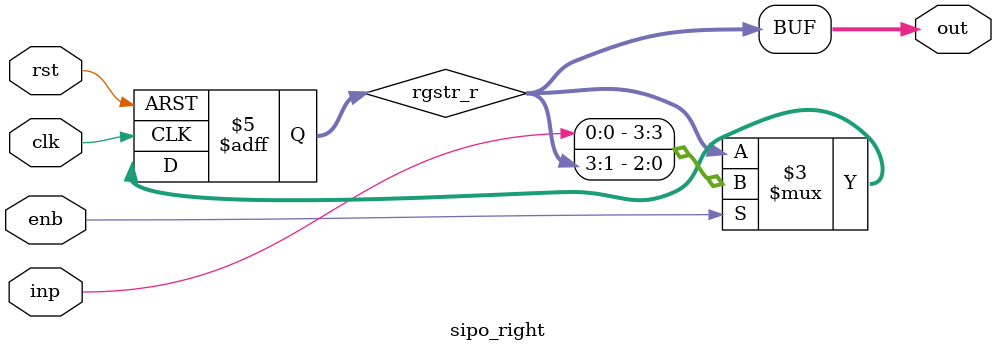
<source format=sv>
module sipo_right #(
parameter DW = 4
) (
input               clk,
input               rst,
input               enb,
input               inp,
output  [DW-1:0]    out
);

logic [DW-1:0]      rgstr_r;

always_ff@(posedge clk or negedge rst) begin: rgstr_label
    if(!rst)
        rgstr_r  <= '0;
    else if (enb)
        rgstr_r  <= {inp,rgstr_r[DW-1:1]};
end:rgstr_label

assign out  = rgstr_r;

//TODO: try to design a SIPO register where the serial input is connected to the MSB bit and shifting is to the right
endmodule

</source>
